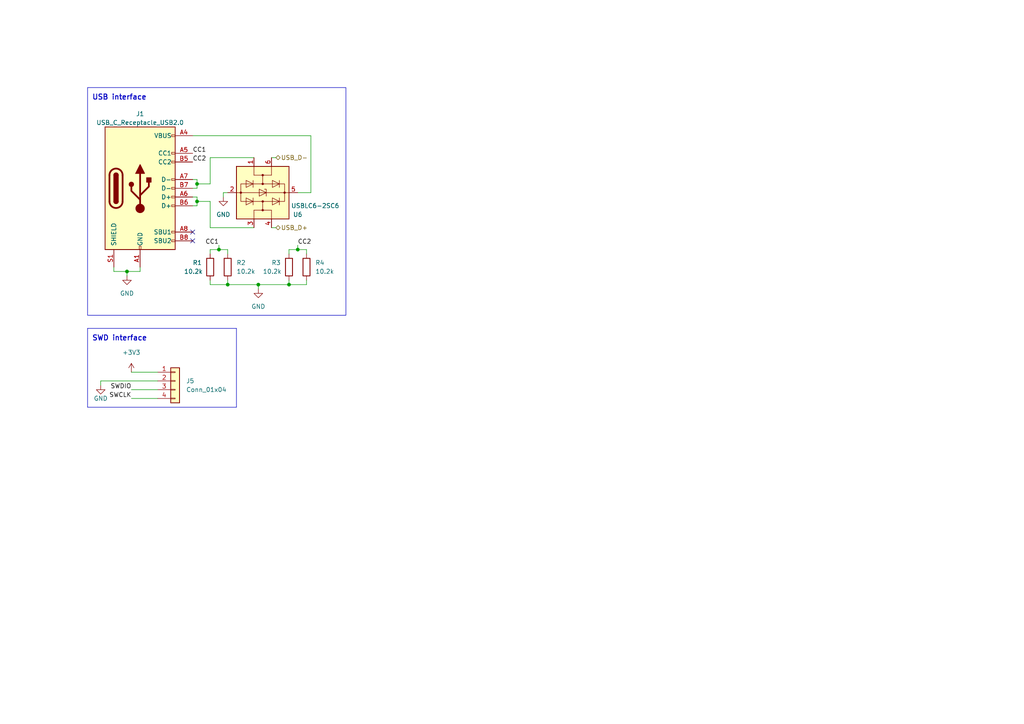
<source format=kicad_sch>
(kicad_sch (version 20230121) (generator eeschema)
  (paper "A4")
  (lib_symbols
    (symbol "Connector:USB_C_Receptacle_USB2.0" (pin_names (offset 1.016))
      (property "Reference" "J" (at -10.16 19.05 0))
      (property "Value" "USB_C_Receptacle_USB2.0" (at 19.05 19.05 0))
      (symbol "USB_C_Receptacle_USB2.0_0_0"
        (rectangle (start -0.254 -17.78) (end 0.254 -16.764))
        (rectangle (start 10.16 -14.986) (end 9.144 -15.494))
        (rectangle (start 10.16 -12.446) (end 9.144 -12.954))
        (rectangle (start 10.16 -4.826) (end 9.144 -5.334))
        (rectangle (start 10.16 -2.286) (end 9.144 -2.794))
        (rectangle (start 10.16 0.254) (end 9.144 -0.254))
        (rectangle (start 10.16 2.794) (end 9.144 2.286))
        (rectangle (start 10.16 7.874) (end 9.144 7.366))
        (rectangle (start 10.16 10.414) (end 9.144 9.906))
        (rectangle (start 10.16 15.494) (end 9.144 14.986))
      )
      (symbol "USB_C_Receptacle_USB2.0_0_1"
        (rectangle (start -10.16 17.78) (end 10.16 -17.78) (stroke (width 0.254)) (fill (type background)))
        (arc (start -8.89 -3.81) (mid -6.985 -5.7067) (end -5.08 -3.81) (stroke (width 0.508)))
        (arc (start -7.62 -3.81) (mid -6.985 -4.4423) (end -6.35 -3.81) (stroke (width 0.254)))
        (arc (start -7.62 -3.81) (mid -6.985 -4.4423) (end -6.35 -3.81) (stroke (width 0.254)) (fill (type outline)))
        (rectangle (start -7.62 -3.81) (end -6.35 3.81) (stroke (width 0.254)) (fill (type outline)))
        (arc (start -6.35 3.81) (mid -6.985 4.4423) (end -7.62 3.81) (stroke (width 0.254)))
        (arc (start -6.35 3.81) (mid -6.985 4.4423) (end -7.62 3.81) (stroke (width 0.254)) (fill (type outline)))
        (arc (start -5.08 3.81) (mid -6.985 5.7067) (end -8.89 3.81) (stroke (width 0.508)))
        (circle (center -2.54 1.143) (radius 0.635) (stroke (width 0.254)) (fill (type outline)))
        (circle (center 0 -5.842) (radius 1.27) (fill (type outline)))
        (polyline (pts (xy -8.89 -3.81) (xy -8.89 3.81)) (stroke (width 0.508)))
        (polyline (pts (xy -5.08 3.81) (xy -5.08 -3.81)) (stroke (width 0.508)))
        (polyline (pts (xy 0 -5.842) (xy 0 4.318)) (stroke (width 0.508)))
        (polyline (pts (xy 0 -3.302) (xy -2.54 -0.762) (xy -2.54 0.508)) (stroke (width 0.508)))
        (polyline (pts (xy 0 -2.032) (xy 2.54 0.508) (xy 2.54 1.778)) (stroke (width 0.508)))
        (polyline (pts (xy -1.27 4.318) (xy 0 6.858) (xy 1.27 4.318) (xy -1.27 4.318)) (stroke (width 0.254)) (fill (type outline)))
        (rectangle (start 1.905 1.778) (end 3.175 3.048) (stroke (width 0.254)) (fill (type outline)))
      )
      (symbol "USB_C_Receptacle_USB2.0_1_1"
        (pin passive line (at 0 -22.86 90) (length 5.08) (name "GND") (number "A1"))
        (pin passive line (at 0 -22.86 90) (length 5.08) hide (name "GND") (number "A12"))
        (pin passive line (at 15.24 15.24 180) (length 5.08) (name "VBUS") (number "A4"))
        (pin bidirectional line (at 15.24 10.16 180) (length 5.08) (name "CC1") (number "A5"))
        (pin bidirectional line (at 15.24 -2.54 180) (length 5.08) (name "D+") (number "A6"))
        (pin bidirectional line (at 15.24 2.54 180) (length 5.08) (name "D-") (number "A7"))
        (pin bidirectional line (at 15.24 -12.7 180) (length 5.08) (name "SBU1") (number "A8"))
        (pin passive line (at 15.24 15.24 180) (length 5.08) hide (name "VBUS") (number "A9"))
        (pin passive line (at 0 -22.86 90) (length 5.08) hide (name "GND") (number "B1"))
        (pin passive line (at 0 -22.86 90) (length 5.08) hide (name "GND") (number "B12"))
        (pin passive line (at 15.24 15.24 180) (length 5.08) hide (name "VBUS") (number "B4"))
        (pin bidirectional line (at 15.24 7.62 180) (length 5.08) (name "CC2") (number "B5"))
        (pin bidirectional line (at 15.24 -5.08 180) (length 5.08) (name "D+") (number "B6"))
        (pin bidirectional line (at 15.24 0 180) (length 5.08) (name "D-") (number "B7"))
        (pin bidirectional line (at 15.24 -15.24 180) (length 5.08) (name "SBU2") (number "B8"))
        (pin passive line (at 15.24 15.24 180) (length 5.08) hide (name "VBUS") (number "B9"))
        (pin passive line (at -7.62 -22.86 90) (length 5.08) (name "SHIELD") (number "S1"))
      )
    )
    (symbol "Connector_Generic:Conn_01x04" (pin_names (offset 1.016) hide)
      (property "Reference" "J" (at 0 5.08 0))
      (property "Value" "Conn_01x04" (at 0 -7.62 0))
      (symbol "Conn_01x04_1_1"
        (rectangle (start -1.27 -4.953) (end 0 -5.207) (stroke (width 0.1524)))
        (rectangle (start -1.27 -2.413) (end 0 -2.667) (stroke (width 0.1524)))
        (rectangle (start -1.27 0.127) (end 0 -0.127) (stroke (width 0.1524)))
        (rectangle (start -1.27 2.667) (end 0 2.413) (stroke (width 0.1524)))
        (rectangle (start -1.27 3.81) (end 1.27 -6.35) (stroke (width 0.254)) (fill (type background)))
        (pin passive line (at -5.08 2.54 0) (length 3.81) (name "Pin_1") (number "1"))
        (pin passive line (at -5.08 0 0) (length 3.81) (name "Pin_2") (number "2"))
        (pin passive line (at -5.08 -2.54 0) (length 3.81) (name "Pin_3") (number "3"))
        (pin passive line (at -5.08 -5.08 0) (length 3.81) (name "Pin_4") (number "4"))
      )
    )
    (symbol "Device:R" (pin_numbers hide) (pin_names (offset 0))
      (property "Reference" "R" (at 2.032 0 90))
      (property "Value" "R" (at 0 0 90))
      (symbol "R_0_1"
        (rectangle (start -1.016 -2.54) (end 1.016 2.54) (stroke (width 0.254)))
      )
      (symbol "R_1_1"
        (pin passive line (at 0 3.81 270) (length 1.27) (name "~") (number "1"))
        (pin passive line (at 0 -3.81 90) (length 1.27) (name "~") (number "2"))
      )
    )
    (symbol "Power_Protection:USBLC6-2SC6" (pin_names hide)
      (property "Reference" "U" (at 2.54 8.89 0))
      (property "Value" "USBLC6-2SC6" (at 2.54 -8.89 0))
      (symbol "USBLC6-2SC6_0_1"
        (rectangle (start -7.62 -7.62) (end 7.62 7.62) (stroke (width 0.254)) (fill (type background)))
        (circle (center -5.08 0) (radius 0.254) (fill (type outline)))
        (circle (center -2.54 0) (radius 0.254) (fill (type outline)))
        (rectangle (start -2.54 6.35) (end 2.54 -6.35))
        (circle (center 0 -6.35) (radius 0.254) (fill (type outline)))
        (polyline (pts (xy -5.08 -2.54) (xy -7.62 -2.54)))
        (polyline (pts (xy -5.08 0) (xy -5.08 -2.54)))
        (polyline (pts (xy -5.08 2.54) (xy -7.62 2.54)))
        (polyline (pts (xy -1.524 -2.794) (xy -3.556 -2.794)))
        (polyline (pts (xy -1.524 4.826) (xy -3.556 4.826)))
        (polyline (pts (xy 0 -7.62) (xy 0 -6.35)))
        (polyline (pts (xy 0 -6.35) (xy 0 1.27)))
        (polyline (pts (xy 0 1.27) (xy 0 6.35)))
        (polyline (pts (xy 0 6.35) (xy 0 7.62)))
        (polyline (pts (xy 1.524 -2.794) (xy 3.556 -2.794)))
        (polyline (pts (xy 1.524 4.826) (xy 3.556 4.826)))
        (polyline (pts (xy 5.08 -2.54) (xy 7.62 -2.54)))
        (polyline (pts (xy 5.08 0) (xy 5.08 -2.54)))
        (polyline (pts (xy 5.08 2.54) (xy 7.62 2.54)))
        (polyline (pts (xy -2.54 0) (xy -5.08 0) (xy -5.08 2.54)))
        (polyline (pts (xy 2.54 0) (xy 5.08 0) (xy 5.08 2.54)))
        (polyline (pts (xy -3.556 -4.826) (xy -1.524 -4.826) (xy -2.54 -2.794) (xy -3.556 -4.826)))
        (polyline (pts (xy -3.556 2.794) (xy -1.524 2.794) (xy -2.54 4.826) (xy -3.556 2.794)))
        (polyline (pts (xy -1.016 -1.016) (xy 1.016 -1.016) (xy 0 1.016) (xy -1.016 -1.016)))
        (polyline (pts (xy 1.016 1.016) (xy 0.762 1.016) (xy -1.016 1.016) (xy -1.016 0.508)))
        (polyline (pts (xy 3.556 -4.826) (xy 1.524 -4.826) (xy 2.54 -2.794) (xy 3.556 -4.826)))
        (polyline (pts (xy 3.556 2.794) (xy 1.524 2.794) (xy 2.54 4.826) (xy 3.556 2.794)))
        (circle (center 0 6.35) (radius 0.254) (fill (type outline)))
        (circle (center 2.54 0) (radius 0.254) (fill (type outline)))
        (circle (center 5.08 0) (radius 0.254) (fill (type outline)))
      )
      (symbol "USBLC6-2SC6_1_1"
        (pin passive line (at -10.16 -2.54 0) (length 2.54) (name "I/O1") (number "1"))
        (pin passive line (at 0 -10.16 90) (length 2.54) (name "GND") (number "2"))
        (pin passive line (at 10.16 -2.54 180) (length 2.54) (name "I/O2") (number "3"))
        (pin passive line (at 10.16 2.54 180) (length 2.54) (name "I/O2") (number "4"))
        (pin passive line (at 0 10.16 270) (length 2.54) (name "VBUS") (number "5"))
        (pin passive line (at -10.16 2.54 0) (length 2.54) (name "I/O1") (number "6"))
      )
    )
    (symbol "power:+3.3V" (power) (pin_names (offset 0))
      (property "Value" "+3.3V" (at 0 3.556 0))
      (symbol "+3.3V_0_1"
        (polyline (pts (xy -0.762 1.27) (xy 0 2.54)))
        (polyline (pts (xy 0 0) (xy 0 2.54)))
        (polyline (pts (xy 0 2.54) (xy 0.762 1.27)))
      )
      (symbol "+3.3V_1_1"
        (pin power_in line (at 0 0 90) (length 0) hide (name "+3V3") (number "1"))
      )
    )
    (symbol "power:GND" (power) (pin_names (offset 0))
      (property "Value" "GND" (at 0 -3.81 0))
      (symbol "GND_0_1"
        (polyline (pts (xy 0 0) (xy 0 -1.27) (xy 1.27 -1.27) (xy 0 -2.54) (xy -1.27 -1.27) (xy 0 -1.27)))
      )
      (symbol "GND_1_1"
        (pin power_in line (at 0 0 270) (length 0) hide (name "GND") (number "1"))
      )
    )
  )
  (junction (at 74.93 82.55))
  (junction (at 57.15 58.42))
  (junction (at 36.83 78.74))
  (junction (at 57.15 53.34))
  (junction (at 86.36 72.39))
  (junction (at 66.04 82.55))
  (junction (at 83.82 82.55))
  (junction (at 63.5 72.39))
  (no_connect (at 55.88 67.31))
  (no_connect (at 55.88 69.85))
  (wire (pts (xy 55.88 59.69) (xy 57.15 59.69)))
  (wire (pts (xy 74.93 82.55) (xy 83.82 82.55)))
  (wire (pts (xy 57.15 59.69) (xy 57.15 58.42)))
  (wire (pts (xy 38.1 115.57) (xy 45.72 115.57)))
  (wire (pts (xy 88.9 82.55) (xy 88.9 81.28)))
  (wire (pts (xy 38.1 113.03) (xy 45.72 113.03)))
  (polyline (pts (xy 68.58 118.11) (xy 25.4 118.11)))
  (wire (pts (xy 64.77 55.88) (xy 64.77 57.15)))
  (wire (pts (xy 63.5 72.39) (xy 60.96 72.39)))
  (wire (pts (xy 90.17 39.37) (xy 90.17 55.88)))
  (wire (pts (xy 36.83 80.01) (xy 36.83 78.74)))
  (wire (pts (xy 60.96 82.55) (xy 66.04 82.55)))
  (wire (pts (xy 73.66 66.04) (xy 60.96 66.04)))
  (wire (pts (xy 60.96 45.72) (xy 60.96 53.34)))
  (wire (pts (xy 38.1 107.95) (xy 45.72 107.95)))
  (wire (pts (xy 60.96 72.39) (xy 60.96 73.66)))
  (wire (pts (xy 83.82 82.55) (xy 83.82 81.28)))
  (wire (pts (xy 40.64 78.74) (xy 36.83 78.74)))
  (wire (pts (xy 57.15 52.07) (xy 55.88 52.07)))
  (wire (pts (xy 66.04 82.55) (xy 74.93 82.55)))
  (wire (pts (xy 64.77 55.88) (xy 66.04 55.88)))
  (wire (pts (xy 78.74 45.72) (xy 80.01 45.72)))
  (wire (pts (xy 88.9 72.39) (xy 88.9 73.66)))
  (wire (pts (xy 74.93 82.55) (xy 74.93 83.82)))
  (wire (pts (xy 60.96 66.04) (xy 60.96 58.42)))
  (wire (pts (xy 29.21 111.76) (xy 29.21 110.49)))
  (wire (pts (xy 33.02 78.74) (xy 33.02 77.47)))
  (wire (pts (xy 66.04 82.55) (xy 66.04 81.28)))
  (polyline (pts (xy 25.4 95.25) (xy 25.4 118.11)))
  (wire (pts (xy 36.83 78.74) (xy 33.02 78.74)))
  (wire (pts (xy 55.88 54.61) (xy 57.15 54.61)))
  (wire (pts (xy 57.15 53.34) (xy 57.15 52.07)))
  (wire (pts (xy 86.36 72.39) (xy 83.82 72.39)))
  (wire (pts (xy 90.17 55.88) (xy 86.36 55.88)))
  (wire (pts (xy 55.88 39.37) (xy 90.17 39.37)))
  (wire (pts (xy 83.82 82.55) (xy 88.9 82.55)))
  (wire (pts (xy 73.66 45.72) (xy 60.96 45.72)))
  (wire (pts (xy 63.5 71.12) (xy 63.5 72.39)))
  (polyline (pts (xy 68.58 95.25) (xy 68.58 118.11)))
  (wire (pts (xy 60.96 58.42) (xy 57.15 58.42)))
  (wire (pts (xy 57.15 54.61) (xy 57.15 53.34)))
  (wire (pts (xy 40.64 77.47) (xy 40.64 78.74)))
  (wire (pts (xy 60.96 81.28) (xy 60.96 82.55)))
  (wire (pts (xy 83.82 72.39) (xy 83.82 73.66)))
  (wire (pts (xy 63.5 72.39) (xy 66.04 72.39)))
  (wire (pts (xy 86.36 72.39) (xy 88.9 72.39)))
  (wire (pts (xy 29.21 110.49) (xy 45.72 110.49)))
  (wire (pts (xy 60.96 53.34) (xy 57.15 53.34)))
  (wire (pts (xy 78.74 66.04) (xy 80.01 66.04)))
  (wire (pts (xy 66.04 72.39) (xy 66.04 73.66)))
  (polyline (pts (xy 25.4 95.25) (xy 68.58 95.25)))
  (wire (pts (xy 57.15 57.15) (xy 55.88 57.15)))
  (wire (pts (xy 86.36 71.12) (xy 86.36 72.39)))
  (wire (pts (xy 57.15 58.42) (xy 57.15 57.15)))
  (rectangle (start 25.4 25.4) (end 100.33 91.44))
  (text "SWD interface" (at 26.67 99.06 0) (effects (font (size 1.5 1.5) (thickness 0.254) bold) (justify left bottom)))
  (text "USB interface" (at 26.67 29.21 0) (effects (font (size 1.5 1.5) (thickness 0.254) bold) (justify left bottom)))
  (label "CC2" (at 86.36 71.12 0))
  (label "CC2" (at 55.88 46.99 0))
  (label "CC1" (at 55.88 44.45 0))
  (label "CC1" (at 63.5 71.12 180))
  (label "SWDIO" (at 38.1 113.03 180))
  (label "SWCLK" (at 38.1 115.57 180))
  (hierarchical_label "USB_D+" (shape bidirectional) (at 80.01 66.04 0))
  (hierarchical_label "USB_D-" (shape bidirectional) (at 80.01 45.72 0))
  (symbol (lib_id "Power_Protection:USBLC6-2SC6") (at 76.2 55.88 270) (unit 1)
    (property "Reference" "U6" (at 86.36 62.23 90))
    (property "Value" "USBLC6-2SC6" (at 91.44 59.69 90))
    (property "Footprint" "Package_TO_SOT_SMD:SOT-23-6" (effects hide))
    (property "Datasheet" "https://www.st.com/resource/en/datasheet/usblc6-2.pdf" (effects hide))
    (property "LCSC" "C2827654" (effects hide))
    (instances (project "neptune" (path "" (reference "U6") (unit 1))) (project "keyboard" (path "" (reference "U2") (unit 1))))
  )
  (symbol (lib_id "Connector:USB_C_Receptacle_USB2.0") (at 40.64 54.61 0) (unit 1)
    (property "Reference" "J1" (at 40.64 33.02 0))
    (property "Value" "USB_C_Receptacle_USB2.0" (at 40.64 35.56 0))
    (property "Footprint" "local-library:TYPE-C-31-M-12" (effects hide))
    (property "Datasheet" "https://www.usb.org/sites/default/files/documents/usb_type-c.zip" (effects hide))
    (property "LCSC" "C165948" (effects hide))
  )
  (symbol (lib_id "power:GND") (at 74.93 83.82 0) (unit 1)
    (property "Reference" "#PWR014" (effects hide))
    (property "Value" "GND" (at 74.93 88.9 0))
  )
  (symbol (lib_id "power:+3.3V") (at 38.1 107.95 0) (unit 1)
    (property "Reference" "#PWR041" (effects hide))
    (property "Value" "+3.3V" (at 38.1 102.235 0))
    (instances (project "neptune" (path "" (reference "#PWR041") (unit 1))) (project "keyboard" (path "" (reference "#PWR012") (unit 1))))
  )
  (symbol (lib_id "power:GND") (at 29.21 111.76 0) (unit 1)
    (property "Reference" "#PWR039" (effects hide))
    (property "Value" "GND" (at 29.21 115.57 0))
    (instances (project "neptune" (path "" (reference "#PWR039") (unit 1))) (project "keyboard" (path "" (reference "#PWR010") (unit 1))))
  )
  (symbol (lib_id "power:GND") (at 64.77 57.15 0) (unit 1)
    (property "Reference" "#PWR013" (effects hide))
    (property "Value" "GND" (at 64.77 62.23 0))
  )
  (symbol (lib_id "Connector_Generic:Conn_01x04") (at 50.8 110.49 0) (unit 1)
    (property "Reference" "J5" (at 53.975 110.4899 0) (effects (justify left)))
    (property "Value" "Conn_01x04" (at 53.975 113.0299 0) (effects (justify left)))
    (property "Footprint" "Connector_PinHeader_2.54mm:PinHeader_1x04_P2.54mm_Vertical" (effects hide))
    (instances (project "neptune" (path "" (reference "J5") (unit 1))) (project "keyboard" (path "" (reference "J2") (unit 1))))
  )
  (symbol (lib_id "power:GND") (at 36.83 80.01 0) (unit 1)
    (property "Reference" "#PWR011" (effects hide))
    (property "Value" "GND" (at 36.83 85.09 0))
  )
  (symbol (lib_id "Device:R") (at 83.82 77.47 0) (unit 1)
    (property "Reference" "R3" (at 78.74 76.2 0) (effects (justify left)))
    (property "Value" "10.2k" (at 76.2 78.74 0) (effects (justify left)))
    (property "Footprint" "Resistor_SMD:R_0201_0603Metric" (effects hide))
  )
  (symbol (lib_id "Device:R") (at 88.9 77.47 0) (unit 1)
    (property "Reference" "R4" (at 91.44 76.2 0) (effects (justify left)))
    (property "Value" "10.2k" (at 91.44 78.74 0) (effects (justify left)))
    (property "Footprint" "Resistor_SMD:R_0201_0603Metric" (effects hide))
  )
  (symbol (lib_id "Device:R") (at 60.96 77.47 0) (unit 1)
    (property "Reference" "R1" (at 55.88 76.2 0) (effects (justify left)))
    (property "Value" "10.2k" (at 53.34 78.74 0) (effects (justify left)))
    (property "Footprint" "Resistor_SMD:R_0201_0603Metric" (effects hide))
  )
  (symbol (lib_id "Device:R") (at 66.04 77.47 0) (unit 1)
    (property "Reference" "R2" (at 68.58 76.2 0) (effects (justify left)))
    (property "Value" "10.2k" (at 68.58 78.74 0) (effects (justify left)))
    (property "Footprint" "Resistor_SMD:R_0201_0603Metric" (effects hide))
  )
)
</source>
